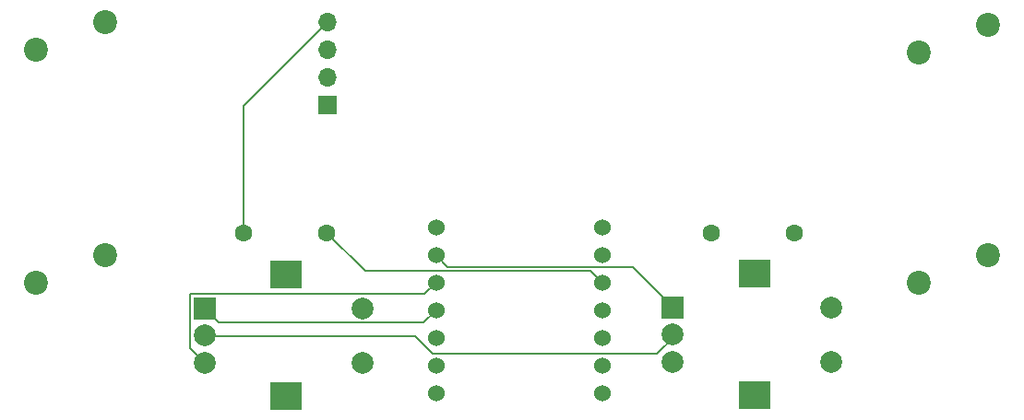
<source format=gbr>
%TF.GenerationSoftware,KiCad,Pcbnew,9.0.6*%
%TF.CreationDate,2025-12-07T01:16:21-05:00*%
%TF.ProjectId,Kigan's Lifeboard,4b696761-6e27-4732-904c-696665626f61,rev?*%
%TF.SameCoordinates,Original*%
%TF.FileFunction,Copper,L2,Bot*%
%TF.FilePolarity,Positive*%
%FSLAX46Y46*%
G04 Gerber Fmt 4.6, Leading zero omitted, Abs format (unit mm)*
G04 Created by KiCad (PCBNEW 9.0.6) date 2025-12-07 01:16:21*
%MOMM*%
%LPD*%
G01*
G04 APERTURE LIST*
%TA.AperFunction,ComponentPad*%
%ADD10C,2.200000*%
%TD*%
%TA.AperFunction,ComponentPad*%
%ADD11R,2.000000X2.000000*%
%TD*%
%TA.AperFunction,ComponentPad*%
%ADD12C,2.000000*%
%TD*%
%TA.AperFunction,ComponentPad*%
%ADD13R,3.000000X2.500000*%
%TD*%
%TA.AperFunction,ComponentPad*%
%ADD14R,1.700000X1.700000*%
%TD*%
%TA.AperFunction,ComponentPad*%
%ADD15O,1.700000X1.700000*%
%TD*%
%TA.AperFunction,ComponentPad*%
%ADD16C,1.600000*%
%TD*%
%TA.AperFunction,ComponentPad*%
%ADD17C,1.524000*%
%TD*%
%TA.AperFunction,Conductor*%
%ADD18C,0.200000*%
%TD*%
G04 APERTURE END LIST*
D10*
%TO.P,SW3,1,1*%
%TO.N,Net-(U1-GPIO27_A1_D1)*%
X110999250Y-82424250D03*
%TO.P,SW3,2,2*%
%TO.N,GND*%
X104649250Y-84964250D03*
%TD*%
D11*
%TO.P,SW7,A,A*%
%TO.N,Net-(U1-GPIO3_D10_MOSI)*%
X120080000Y-108740000D03*
D12*
%TO.P,SW7,B,B*%
%TO.N,Net-(U1-GPIO4_D9_MISO)*%
X120080000Y-113740000D03*
%TO.P,SW7,C,C*%
%TO.N,Net-(SW5-PadC)*%
X120080000Y-111240000D03*
D13*
%TO.P,SW7,MP*%
%TO.N,N/C*%
X127580000Y-105640000D03*
X127580000Y-116840000D03*
D12*
%TO.P,SW7,S1*%
X134580000Y-108740000D03*
%TO.P,SW7,S2*%
X134580000Y-113740000D03*
%TD*%
D14*
%TO.P,J1,1,GND*%
%TO.N,Net-(J1-GND)*%
X131406750Y-90018000D03*
D15*
%TO.P,J1,2,VCC*%
%TO.N,Net-(J1-VCC)*%
X131406750Y-87478000D03*
%TO.P,J1,3,SCL*%
%TO.N,Net-(J1-SCL)*%
X131406750Y-84938000D03*
%TO.P,J1,4,SDA*%
%TO.N,Net-(J1-SDA)*%
X131406750Y-82398000D03*
%TD*%
D10*
%TO.P,SW2,1,1*%
%TO.N,Net-(U1-GPIO28_A2_D2)*%
X191961750Y-103855500D03*
%TO.P,SW2,2,2*%
%TO.N,GND*%
X185611750Y-106395500D03*
%TD*%
D16*
%TO.P,R2,1*%
%TO.N,Net-(J1-SDA)*%
X123699250Y-101791750D03*
%TO.P,R2,2*%
%TO.N,Net-(U1-GPIO6_D4_SDA)*%
X131319250Y-101791750D03*
%TD*%
D10*
%TO.P,SW1,1,1*%
%TO.N,Net-(U1-GPIO29_A3_D3)*%
X110999250Y-103855500D03*
%TO.P,SW1,2,2*%
%TO.N,GND*%
X104649250Y-106395500D03*
%TD*%
D11*
%TO.P,SW5,A,A*%
%TO.N,Net-(U1-GPIO2_D8_SCK)*%
X163060000Y-108640000D03*
D12*
%TO.P,SW5,B,B*%
%TO.N,Net-(U1-GPIO1_D7_CSn_RX)*%
X163060000Y-113640000D03*
%TO.P,SW5,C,C*%
%TO.N,Net-(SW5-PadC)*%
X163060000Y-111140000D03*
D13*
%TO.P,SW5,MP*%
%TO.N,N/C*%
X170560000Y-105540000D03*
X170560000Y-116740000D03*
D12*
%TO.P,SW5,S1*%
X177560000Y-108640000D03*
%TO.P,SW5,S2*%
X177560000Y-113640000D03*
%TD*%
D16*
%TO.P,R1,1*%
%TO.N,Net-(J1-SCL)*%
X166561750Y-101791750D03*
%TO.P,R1,2*%
%TO.N,Net-(U1-GPIO7_D5_SCL)*%
X174181750Y-101791750D03*
%TD*%
D10*
%TO.P,SW4,1,1*%
%TO.N,Net-(U1-GPIO26_A0_D0)*%
X191961750Y-82708000D03*
%TO.P,SW4,2,2*%
%TO.N,GND*%
X185611750Y-85248000D03*
%TD*%
D17*
%TO.P,U1,1,GPIO26_A0_D0*%
%TO.N,Net-(U1-GPIO26_A0_D0)*%
X156560500Y-116555500D03*
%TO.P,U1,2,GPIO27_A1_D1*%
%TO.N,Net-(U1-GPIO27_A1_D1)*%
X156560500Y-114015500D03*
%TO.P,U1,3,GPIO28_A2_D2*%
%TO.N,Net-(U1-GPIO28_A2_D2)*%
X156560500Y-111475500D03*
%TO.P,U1,4,GPIO29_A3_D3*%
%TO.N,Net-(U1-GPIO29_A3_D3)*%
X156560500Y-108935500D03*
%TO.P,U1,5,GPIO6_D4_SDA*%
%TO.N,Net-(U1-GPIO6_D4_SDA)*%
X156560500Y-106395500D03*
%TO.P,U1,6,GPIO7_D5_SCL*%
%TO.N,Net-(U1-GPIO7_D5_SCL)*%
X156560500Y-103855500D03*
%TO.P,U1,7,GPIO0_D6_TX*%
%TO.N,unconnected-(U1-GPIO0_D6_TX-Pad7)*%
X156560500Y-101315500D03*
%TO.P,U1,8,GPIO1_D7_CSn_RX*%
%TO.N,Net-(U1-GPIO1_D7_CSn_RX)*%
X141320500Y-101315500D03*
%TO.P,U1,9,GPIO2_D8_SCK*%
%TO.N,Net-(U1-GPIO2_D8_SCK)*%
X141320500Y-103855500D03*
%TO.P,U1,10,GPIO4_D9_MISO*%
%TO.N,Net-(U1-GPIO4_D9_MISO)*%
X141320500Y-106395500D03*
%TO.P,U1,11,GPIO3_D10_MOSI*%
%TO.N,Net-(U1-GPIO3_D10_MOSI)*%
X141320500Y-108935500D03*
%TO.P,U1,12,3V3*%
%TO.N,Net-(J1-VCC)*%
X141320500Y-111475500D03*
%TO.P,U1,13,GND*%
%TO.N,Net-(J1-GND)*%
X141320500Y-114015500D03*
%TO.P,U1,14,5V*%
%TO.N,+5V*%
X141320500Y-116555500D03*
%TD*%
D18*
%TO.N,Net-(J1-SDA)*%
X131406750Y-82398000D02*
X123699250Y-90105500D01*
X123699250Y-90105500D02*
X123699250Y-101791750D01*
%TO.N,Net-(U1-GPIO6_D4_SDA)*%
X156560500Y-106395500D02*
X155497500Y-105332500D01*
X155497500Y-105332500D02*
X134860000Y-105332500D01*
X134860000Y-105332500D02*
X131319250Y-101791750D01*
%TO.N,Net-(U1-GPIO2_D8_SCK)*%
X142396500Y-104931500D02*
X141320500Y-103855500D01*
X159361500Y-104931500D02*
X142396500Y-104931500D01*
X163246750Y-108816750D02*
X159361500Y-104931500D01*
%TO.N,Net-(SW5-PadC)*%
X120259250Y-111316750D02*
X139415500Y-111316750D01*
X141051250Y-112952500D02*
X161611000Y-112952500D01*
X139415500Y-111316750D02*
X141051250Y-112952500D01*
X161611000Y-112952500D02*
X163246750Y-111316750D01*
%TO.N,Net-(U1-GPIO4_D9_MISO)*%
X140277000Y-107439000D02*
X141320500Y-106395500D01*
X118779000Y-112439000D02*
X118779000Y-107439000D01*
X120080000Y-113740000D02*
X118779000Y-112439000D01*
X118779000Y-107439000D02*
X140277000Y-107439000D01*
%TO.N,Net-(U1-GPIO3_D10_MOSI)*%
X140215000Y-110041000D02*
X141320500Y-108935500D01*
X121381000Y-110041000D02*
X140215000Y-110041000D01*
X120080000Y-108740000D02*
X121381000Y-110041000D01*
%TD*%
M02*

</source>
